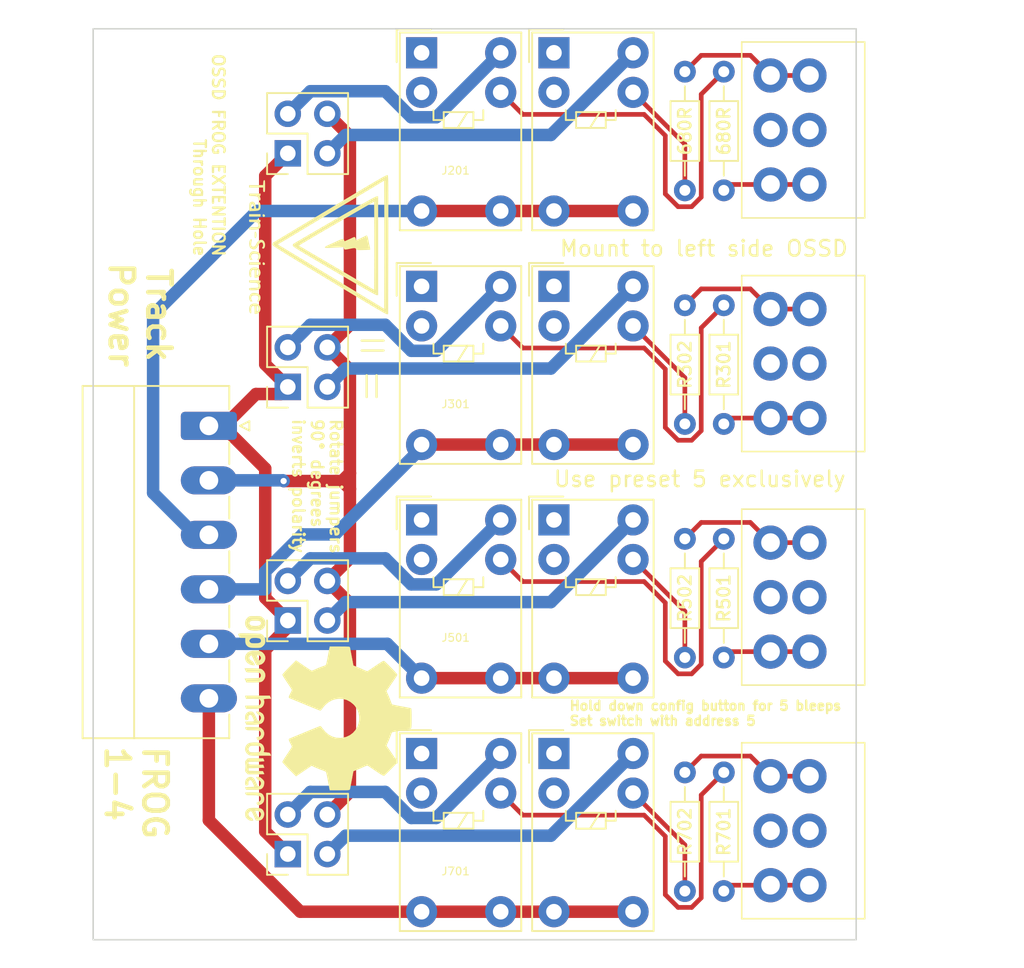
<source format=kicad_pcb>
(kicad_pcb (version 20240108) (generator "pcbnew") (generator_version "8.0")
  (layers (0 "F.Cu" signal) (31 "B.Cu" signal) (34 "B.Paste" user) (35 "F.Paste" user) (36 "B.SilkS" user "B.Silkscreen") (37 "F.SilkS" user "F.Silkscreen") (38 "B.Mask" user) (39 "F.Mask" user) (44 "Edge.Cuts" user))
  (net 0 "")
  (net 1 "/relay1/Coil2")
  (net 2 "/relay1/Coil1")
  (net 3 "+12V")
  (net 4 "/relay2/Coil2")
  (net 5 "/relay2/Coil1")
  (net 6 "/relay3/Coil1")
  (net 7 "/relay3/Coil2")
  (net 8 "/relay4/Coil1")
  (net 9 "/relay4/Coil2")
  (net 10 "Net-(J201-Pin_3)")
  (net 11 "Net-(J201-Pin_2)")
  (net 12 "DCC_A")
  (net 13 "DCC_B")
  (net 14 "Net-(J301-Pin_2)")
  (net 15 "Net-(J301-Pin_3)")
  (net 16 "/frog/Frog4")
  (net 17 "/frog/Frog2")
  (net 18 "/frog/Frog1")
  (net 19 "/frog/Frog3")
  (net 20 "Net-(J501-Pin_2)")
  (net 21 "Net-(J501-Pin_3)")
  (net 22 "Net-(J701-Pin_3)")
  (net 23 "Net-(J701-Pin_2)")
  (net 24 "Net-(K1-Pad9)")
  (net 26 "Net-(K2-Pad9)")
  (net 29 "Net-(K3-Pad9)")
  (net 31 "Net-(K4-Pad9)")
  (net 33 "Net-(K5-Pad9)")
  (net 35 "Net-(K6-Pad9)")
  (net 37 "Net-(K7-Pad9)")
  (net 39 "Net-(K8-Pad9)")
  (footprint "Relay_THT:Relay_SPDT_Omron_G5V-1" (layer "F.Cu") (at 214.0925 108.5425)
    (property "Reference" "K6" (hide yes))
    (property "Value" "G5V-1")
    (pad "1" thru_hole rect (at 0 0) (size 2 2) (drill 1) (layers "*.Cu" "*.Mask"))
    (pad "2" thru_hole circle (at 0 2.54) (size 2 2) (drill 1) (layers "*.Cu" "*.Mask") (net 3 "+12V"))
    (pad "5" thru_hole circle (at 0 10.16) (size 2 2) (drill 1) (layers "*.Cu" "*.Mask") (net 19 "/frog/Frog3"))
    (pad "6" thru_hole circle (at 5.08 10.16) (size 2 2) (drill 1) (layers "*.Cu" "*.Mask") (net 19 "/frog/Frog3"))
    (pad "9" thru_hole circle (at 5.08 2.54) (size 2 2) (drill 1) (layers "*.Cu" "*.Mask") (net 35 "Net-(K6-Pad9)"))
    (pad "10" thru_hole circle (at 5.08 0) (size 2 2) (drill 1) (layers "*.Cu" "*.Mask") (net 20 "Net-(J501-Pin_2)"))
  )
  (footprint "custom_kicad_lib_sk:connector_3.50mm_3P horizontal_MALE" (layer "F.Cu") (at 236.5 128.5 90)
    (property "Reference" "J702" (hide yes))
    (property "Value" "Screw_Terminal_01x03" (hide yes))
    (pad "1" thru_hole circle (at 3.5 0 90) (size 2.2 2.2) (drill 1.2) (layers "*.Cu" "*.Mask") (net 9 "/relay4/Coil2"))
    (pad "1" thru_hole circle (at 3.5 2.5 90) (size 2.2 2.2) (drill 1.2) (layers "*.Cu" "*.Mask") (net 9 "/relay4/Coil2"))
    (pad "2" thru_hole circle (at 0 0 90) (size 2.2 2.2) (drill 1.2) (layers "*.Cu" "*.Mask") (net 3 "+12V"))
    (pad "2" thru_hole circle (at 0 2.5 90) (size 2.2 2.2) (drill 1.2) (layers "*.Cu" "*.Mask") (net 3 "+12V"))
    (pad "3" thru_hole circle (at -3.5 0 90) (size 2.2 2.2) (drill 1.2) (layers "*.Cu" "*.Mask") (net 8 "/relay4/Coil1"))
    (pad "3" thru_hole circle (at -3.5 2.5 90) (size 2.2 2.2) (drill 1.2) (layers "*.Cu" "*.Mask") (net 8 "/relay4/Coil1"))
  )
  (footprint "Relay_THT:Relay_SPDT_Omron_G5V-1" (layer "F.Cu") (at 222.5925 108.5425)
    (property "Reference" "K5" (hide yes))
    (property "Value" "G5V-1")
    (pad "1" thru_hole rect (at 0 0) (size 2 2) (drill 1) (layers "*.Cu" "*.Mask"))
    (pad "2" thru_hole circle (at 0 2.54) (size 2 2) (drill 1) (layers "*.Cu" "*.Mask") (net 3 "+12V"))
    (pad "5" thru_hole circle (at 0 10.16) (size 2 2) (drill 1) (layers "*.Cu" "*.Mask") (net 19 "/frog/Frog3"))
    (pad "6" thru_hole circle (at 5.08 10.16) (size 2 2) (drill 1) (layers "*.Cu" "*.Mask") (net 19 "/frog/Frog3"))
    (pad "9" thru_hole circle (at 5.08 2.54) (size 2 2) (drill 1) (layers "*.Cu" "*.Mask") (net 33 "Net-(K5-Pad9)"))
    (pad "10" thru_hole circle (at 5.08 0) (size 2 2) (drill 1) (layers "*.Cu" "*.Mask") (net 21 "Net-(J501-Pin_3)"))
  )
  (footprint "Resistor_THT:R_Axial_DIN0204_L3.6mm_D1.6mm_P7.62mm_Horizontal" (layer "F.Cu") (at 231 102.376 90)
    (property "Reference" "R302" (at 3.81 0 90) (layer "F.SilkS") (effects (font (size 0.8 0.8))))
    (property "Value" "680R")
    (pad "1" thru_hole circle (at 0 0 90) (size 1.4 1.4) (drill 0.7) (layers "*.Cu" "*.Mask") (net 29 "Net-(K3-Pad9)"))
    (pad "2" thru_hole oval (at 7.62 0 90) (size 1.4 1.4) (drill 0.7) (layers "*.Cu" "*.Mask") (net 4 "/relay2/Coil2"))
  )
  (footprint "Relay_THT:Relay_SPDT_Omron_G5V-1" (layer "F.Cu") (at 214.0925 93.5425)
    (property "Reference" "K4" (hide yes))
    (property "Value" "G5V-1")
    (pad "1" thru_hole rect (at 0 0) (size 2 2) (drill 1) (layers "*.Cu" "*.Mask"))
    (pad "2" thru_hole circle (at 0 2.54) (size 2 2) (drill 1) (layers "*.Cu" "*.Mask") (net 3 "+12V"))
    (pad "5" thru_hole circle (at 0 10.16) (size 2 2) (drill 1) (layers "*.Cu" "*.Mask") (net 17 "/frog/Frog2"))
    (pad "6" thru_hole circle (at 5.08 10.16) (size 2 2) (drill 1) (layers "*.Cu" "*.Mask") (net 17 "/frog/Frog2"))
    (pad "9" thru_hole circle (at 5.08 2.54) (size 2 2) (drill 1) (layers "*.Cu" "*.Mask") (net 31 "Net-(K4-Pad9)"))
    (pad "10" thru_hole circle (at 5.08 0) (size 2 2) (drill 1) (layers "*.Cu" "*.Mask") (net 14 "Net-(J301-Pin_2)"))
  )
  (footprint "Connector_PinHeader_2.54mm:PinHeader_2x02_P2.54mm_Vertical" (layer "F.Cu") (at 205.5 130 90)
    (property "Reference" "J701" (at -1.106 10.781 0) (layer "F.SilkS") (effects (font (size 0.5 0.5) (thickness 0.075))))
    (property "Value" "Conn_02x02_Odd_Even")
    (pad "1" thru_hole rect (at 0 0 90) (size 1.7 1.7) (drill 1) (layers "*.Cu" "*.Mask") (net 12 "DCC_A"))
    (pad "2" thru_hole oval (at 2.54 0 90) (size 1.7 1.7) (drill 1) (layers "*.Cu" "*.Mask") (net 23 "Net-(J701-Pin_2)"))
    (pad "3" thru_hole oval (at 0 2.54 90) (size 1.7 1.7) (drill 1) (layers "*.Cu" "*.Mask") (net 22 "Net-(J701-Pin_3)"))
    (pad "4" thru_hole oval (at 2.54 2.54 90) (size 1.7 1.7) (drill 1) (layers "*.Cu" "*.Mask") (net 13 "DCC_B"))
  )
  (footprint "Resistor_THT:R_Axial_DIN0204_L3.6mm_D1.6mm_P7.62mm_Horizontal" (layer "F.Cu") (at 233.5 124.756 -90)
    (property "Reference" "R701" (at 3.81 0 90) (layer "F.SilkS") (effects (font (size 0.8 0.8))))
    (property "Value" "680R")
    (pad "1" thru_hole circle (at 0 0 270) (size 1.4 1.4) (drill 0.7) (layers "*.Cu" "*.Mask") (net 39 "Net-(K8-Pad9)"))
    (pad "2" thru_hole oval (at 7.62 0 270) (size 1.4 1.4) (drill 0.7) (layers "*.Cu" "*.Mask") (net 8 "/relay4/Coil1"))
  )
  (footprint "Connector_Phoenix_MC:PhoenixContact_MC_1,5_6-G-3.5_1x06_P3.50mm_Horizontal" (layer "F.Cu") (at 200.4325 102.5 -90)
    (property "Reference" "J401" (hide yes))
    (property "Value" "Screw_Terminal_01x06")
    (pad "1" thru_hole roundrect (at 0 0 270) (size 1.8 3.6) (drill 1.2) (layers "*.Cu" "*.Mask") (roundrect_rratio 0.138889) (net 12 "DCC_A"))
    (pad "2" thru_hole oval (at 3.5 0 270) (size 1.8 3.6) (drill 1.2) (layers "*.Cu" "*.Mask") (net 13 "DCC_B"))
    (pad "3" thru_hole oval (at 7 0 270) (size 1.8 3.6) (drill 1.2) (layers "*.Cu" "*.Mask") (net 18 "/frog/Frog1"))
    (pad "4" thru_hole oval (at 10.5 0 270) (size 1.8 3.6) (drill 1.2) (layers "*.Cu" "*.Mask") (net 17 "/frog/Frog2"))
    (pad "5" thru_hole oval (at 14 0 270) (size 1.8 3.6) (drill 1.2) (layers "*.Cu" "*.Mask") (net 19 "/frog/Frog3"))
    (pad "6" thru_hole oval (at 17.5 0 270) (size 1.8 3.6) (drill 1.2) (layers "*.Cu" "*.Mask") (net 16 "/frog/Frog4"))
  )
  (footprint "Resistor_THT:R_Axial_DIN0204_L3.6mm_D1.6mm_P7.62mm_Horizontal" (layer "F.Cu") (at 233.5 109.756 -90)
    (property "Reference" "R501" (at 3.81 0 90) (layer "F.SilkS") (effects (font (size 0.8 0.8))))
    (property "Value" "680R")
    (pad "1" thru_hole circle (at 0 0 270) (size 1.4 1.4) (drill 0.7) (layers "*.Cu" "*.Mask") (net 35 "Net-(K6-Pad9)"))
    (pad "2" thru_hole oval (at 7.62 0 270) (size 1.4 1.4) (drill 0.7) (layers "*.Cu" "*.Mask") (net 6 "/relay3/Coil1"))
  )
  (footprint "MountingHole:MountingHole_3.2mm_M3" (layer "F.Cu") (at 196.5 132)
    (property "Reference" "REF**" (hide yes))
    (property "Value" "MountingHole_3.2mm_M3")
    (pad "" np_thru_hole circle (at 0 0) (size 3.2 3.2) (drill 3.2) (layers "*.Cu" "*.Mask"))
  )
  (footprint "Resistor_THT:R_Axial_DIN0204_L3.6mm_D1.6mm_P7.62mm_Horizontal" (layer "F.Cu") (at 231 87.376 90)
    (property "Reference" "R202" (hide yes))
    (property "Value" "680R" (at 3.81 0 90) (layer "F.SilkS") (effects (font (size 0.8 0.8))))
    (pad "1" thru_hole circle (at 0 0 90) (size 1.4 1.4) (drill 0.7) (layers "*.Cu" "*.Mask") (net 24 "Net-(K1-Pad9)"))
    (pad "2" thru_hole oval (at 7.62 0 90) (size 1.4 1.4) (drill 0.7) (layers "*.Cu" "*.Mask") (net 1 "/relay1/Coil2"))
  )
  (footprint "Relay_THT:Relay_SPDT_Omron_G5V-1" (layer "F.Cu") (at 222.5925 93.5425)
    (property "Reference" "K3" (hide yes))
    (property "Value" "G5V-1")
    (pad "1" thru_hole rect (at 0 0) (size 2 2) (drill 1) (layers "*.Cu" "*.Mask"))
    (pad "2" thru_hole circle (at 0 2.54) (size 2 2) (drill 1) (layers "*.Cu" "*.Mask") (net 3 "+12V"))
    (pad "5" thru_hole circle (at 0 10.16) (size 2 2) (drill 1) (layers "*.Cu" "*.Mask") (net 17 "/frog/Frog2"))
    (pad "6" thru_hole circle (at 5.08 10.16) (size 2 2) (drill 1) (layers "*.Cu" "*.Mask") (net 17 "/frog/Frog2"))
    (pad "9" thru_hole circle (at 5.08 2.54) (size 2 2) (drill 1) (layers "*.Cu" "*.Mask") (net 29 "Net-(K3-Pad9)"))
    (pad "10" thru_hole circle (at 5.08 0) (size 2 2) (drill 1) (layers "*.Cu" "*.Mask") (net 15 "Net-(J301-Pin_3)"))
  )
  (footprint "Resistor_THT:R_Axial_DIN0204_L3.6mm_D1.6mm_P7.62mm_Horizontal" (layer "F.Cu") (at 233.5 94.756 -90)
    (property "Reference" "R301" (at 3.81 0 90) (layer "F.SilkS") (effects (font (size 0.8 0.8))))
    (property "Value" "680R")
    (pad "1" thru_hole circle (at 0 0 270) (size 1.4 1.4) (drill 0.7) (layers "*.Cu" "*.Mask") (net 31 "Net-(K4-Pad9)"))
    (pad "2" thru_hole oval (at 7.62 0 270) (size 1.4 1.4) (drill 0.7) (layers "*.Cu" "*.Mask") (net 5 "/relay2/Coil1"))
  )
  (footprint "Connector_PinHeader_2.54mm:PinHeader_2x02_P2.54mm_Vertical" (layer "F.Cu") (at 205.5 115 90)
    (property "Reference" "J501" (at -1.106 10.781 0) (layer "F.SilkS") (effects (font (size 0.5 0.5) (thickness 0.075))))
    (property "Value" "Conn_02x02_Odd_Even")
    (pad "1" thru_hole rect (at 0 0 90) (size 1.7 1.7) (drill 1) (layers "*.Cu" "*.Mask") (net 12 "DCC_A"))
    (pad "2" thru_hole oval (at 2.54 0 90) (size 1.7 1.7) (drill 1) (layers "*.Cu" "*.Mask") (net 20 "Net-(J501-Pin_2)"))
    (pad "3" thru_hole oval (at 0 2.54 90) (size 1.7 1.7) (drill 1) (layers "*.Cu" "*.Mask") (net 21 "Net-(J501-Pin_3)"))
    (pad "4" thru_hole oval (at 2.54 2.54 90) (size 1.7 1.7) (drill 1) (layers "*.Cu" "*.Mask") (net 13 "DCC_B"))
  )
  (footprint "Relay_THT:Relay_SPDT_Omron_G5V-1" (layer "F.Cu") (at 214.0925 123.5425)
    (property "Reference" "K8" (hide yes))
    (property "Value" "G5V-1")
    (pad "1" thru_hole rect (at 0 0) (size 2 2) (drill 1) (layers "*.Cu" "*.Mask"))
    (pad "2" thru_hole circle (at 0 2.54) (size 2 2) (drill 1) (layers "*.Cu" "*.Mask") (net 3 "+12V"))
    (pad "5" thru_hole circle (at 0 10.16) (size 2 2) (drill 1) (layers "*.Cu" "*.Mask") (net 16 "/frog/Frog4"))
    (pad "6" thru_hole circle (at 5.08 10.16) (size 2 2) (drill 1) (layers "*.Cu" "*.Mask") (net 16 "/frog/Frog4"))
    (pad "9" thru_hole circle (at 5.08 2.54) (size 2 2) (drill 1) (layers "*.Cu" "*.Mask") (net 39 "Net-(K8-Pad9)"))
    (pad "10" thru_hole circle (at 5.08 0) (size 2 2) (drill 1) (layers "*.Cu" "*.Mask") (net 23 "Net-(J701-Pin_2)"))
  )
  (footprint "Relay_THT:Relay_SPDT_Omron_G5V-1" (layer "F.Cu") (at 214.0925 78.5425)
    (property "Reference" "K2" (hide yes))
    (property "Value" "G5V-1")
    (pad "1" thru_hole rect (at 0 0) (size 2 2) (drill 1) (layers "*.Cu" "*.Mask"))
    (pad "2" thru_hole circle (at 0 2.54) (size 2 2) (drill 1) (layers "*.Cu" "*.Mask") (net 3 "+12V"))
    (pad "5" thru_hole circle (at 0 10.16) (size 2 2) (drill 1) (layers "*.Cu" "*.Mask") (net 18 "/frog/Frog1"))
    (pad "6" thru_hole circle (at 5.08 10.16) (size 2 2) (drill 1) (layers "*.Cu" "*.Mask") (net 18 "/frog/Frog1"))
    (pad "9" thru_hole circle (at 5.08 2.54) (size 2 2) (drill 1) (layers "*.Cu" "*.Mask") (net 26 "Net-(K2-Pad9)"))
    (pad "10" thru_hole circle (at 5.08 0) (size 2 2) (drill 1) (layers "*.Cu" "*.Mask") (net 11 "Net-(J201-Pin_2)"))
  )
  (footprint "MountingHole:MountingHole_3.2mm_M3" (layer "F.Cu") (at 196.5 80.5)
    (property "Reference" "REF**" (hide yes))
    (property "Value" "MountingHole_3.2mm_M3")
    (pad "" np_thru_hole circle (at 0 0) (size 3.2 3.2) (drill 3.2) (layers "*.Cu" "*.Mask"))
  )
  (footprint "Relay_THT:Relay_SPDT_Omron_G5V-1" (layer "F.Cu") (at 222.5925 78.5425)
    (property "Reference" "K1" (hide yes))
    (property "Value" "G5V-1")
    (pad "1" thru_hole rect (at 0 0) (size 2 2) (drill 1) (layers "*.Cu" "*.Mask"))
    (pad "2" thru_hole circle (at 0 2.54) (size 2 2) (drill 1) (layers "*.Cu" "*.Mask") (net 3 "+12V"))
    (pad "5" thru_hole circle (at 0 10.16) (size 2 2) (drill 1) (layers "*.Cu" "*.Mask") (net 18 "/frog/Frog1"))
    (pad "6" thru_hole circle (at 5.08 10.16) (size 2 2) (drill 1) (layers "*.Cu" "*.Mask") (net 18 "/frog/Frog1"))
    (pad "9" thru_hole circle (at 5.08 2.54) (size 2 2) (drill 1) (layers "*.Cu" "*.Mask") (net 24 "Net-(K1-Pad9)"))
    (pad "10" thru_hole circle (at 5.08 0) (size 2 2) (drill 1) (layers "*.Cu" "*.Mask") (net 10 "Net-(J201-Pin_3)"))
  )
  (footprint "custom_kicad_lib_sk:connector_3.50mm_3P horizontal_MALE" (layer "F.Cu") (at 236.5 98.5 90)
    (property "Reference" "J302" (hide yes))
    (property "Value" "Screw_Terminal_01x03" (hide yes))
    (pad "1" thru_hole circle (at 3.5 0 90) (size 2.2 2.2) (drill 1.2) (layers "*.Cu" "*.Mask") (net 4 "/relay2/Coil2"))
    (pad "1" thru_hole circle (at 3.5 2.5 90) (size 2.2 2.2) (drill 1.2) (layers "*.Cu" "*.Mask") (net 4 "/relay2/Coil2"))
    (pad "2" thru_hole circle (at 0 0 90) (size 2.2 2.2) (drill 1.2) (layers "*.Cu" "*.Mask") (net 3 "+12V"))
    (pad "2" thru_hole circle (at 0 2.5 90) (size 2.2 2.2) (drill 1.2) (layers "*.Cu" "*.Mask") (net 3 "+12V"))
    (pad "3" thru_hole circle (at -3.5 0 90) (size 2.2 2.2) (drill 1.2) (layers "*.Cu" "*.Mask") (net 5 "/relay2/Coil1"))
    (pad "3" thru_hole circle (at -3.5 2.5 90) (size 2.2 2.2) (drill 1.2) (layers "*.Cu" "*.Mask") (net 5 "/relay2/Coil1"))
  )
  (footprint "Relay_THT:Relay_SPDT_Omron_G5V-1" (layer "F.Cu") (at 222.5925 123.5425)
    (property "Reference" "K7" (hide yes))
    (property "Value" "G5V-1")
    (pad "1" thru_hole rect (at 0 0) (size 2 2) (drill 1) (layers "*.Cu" "*.Mask"))
    (pad "2" thru_hole circle (at 0 2.54) (size 2 2) (drill 1) (layers "*.Cu" "*.Mask") (net 3 "+12V"))
    (pad "5" thru_hole circle (at 0 10.16) (size 2 2) (drill 1) (layers "*.Cu" "*.Mask") (net 16 "/frog/Frog4"))
    (pad "6" thru_hole circle (at 5.08 10.16) (size 2 2) (drill 1) (layers "*.Cu" "*.Mask") (net 16 "/frog/Frog4"))
    (pad "9" thru_hole circle (at 5.08 2.54) (size 2 2) (drill 1) (layers "*.Cu" "*.Mask") (net 37 "Net-(K7-Pad9)"))
    (pad "10" thru_hole circle (at 5.08 0) (size 2 2) (drill 1) (layers "*.Cu" "*.Mask") (net 22 "Net-(J701-Pin_3)"))
  )
  (footprint "Connector_PinHeader_2.54mm:PinHeader_2x02_P2.54mm_Vertical" (layer "F.Cu") (at 205.5 85 90)
    (property "Reference" "J201" (at -1.106 10.781 0) (layer "F.SilkS") (effects (font (size 0.5 0.5) (thickness 0.075))))
    (property "Value" "Conn_02x02_Odd_Even")
    (pad "1" thru_hole rect (at 0 0 90) (size 1.7 1.7) (drill 1) (layers "*.Cu" "*.Mask") (net 12 "DCC_A"))
    (pad "2" thru_hole oval (at 2.54 0 90) (size 1.7 1.7) (drill 1) (layers "*.Cu" "*.Mask") (net 11 "Net-(J201-Pin_2)"))
    (pad "3" thru_hole oval (at 0 2.54 90) (size 1.7 1.7) (drill 1) (layers "*.Cu" "*.Mask") (net 10 "Net-(J201-Pin_3)"))
    (pad "4" thru_hole oval (at 2.54 2.54 90) (size 1.7 1.7) (drill 1) (layers "*.Cu" "*.Mask") (net 13 "DCC_B"))
  )
  (footprint "Connector_PinHeader_2.54mm:PinHeader_2x02_P2.54mm_Vertical" (layer "F.Cu") (at 205.5 100 90)
    (property "Reference" "J301" (at -1.106 10.781 0) (layer "F.SilkS") (effects (font (size 0.5 0.5) (thickness 0.075))))
    (property "Value" "Conn_02x02_Odd_Even")
    (pad "1" thru_hole rect (at 0 0 90) (size 1.7 1.7) (drill 1) (layers "*.Cu" "*.Mask") (net 12 "DCC_A"))
    (pad "2" thru_hole oval (at 2.54 0 90) (size 1.7 1.7) (drill 1) (layers "*.Cu" "*.Mask") (net 14 "Net-(J301-Pin_2)"))
    (pad "3" thru_hole oval (at 0 2.54 90) (size 1.7 1.7) (drill 1) (layers "*.Cu" "*.Mask") (net 15 "Net-(J301-Pin_3)"))
    (pad "4" thru_hole oval (at 2.54 2.54 90) (size 1.7 1.7) (drill 1) (layers "*.Cu" "*.Mask") (net 13 "DCC_B"))
  )
  (footprint "custom_kicad_lib_sk:connector_3.50mm_3P horizontal_MALE" (layer "F.Cu") (at 236.5 113.5 90)
    (property "Reference" "J502" (hide yes))
    (property "Value" "Screw_Terminal_01x03" (hide yes))
    (pad "1" thru_hole circle (at 3.5 0 90) (size 2.2 2.2) (drill 1.2) (layers "*.Cu" "*.Mask") (net 7 "/relay3/Coil2"))
    (pad "1" thru_hole circle (at 3.5 2.5 90) (size 2.2 2.2) (drill 1.2) (layers "*.Cu" "*.Mask") (net 7 "/relay3/Coil2"))
    (pad "2" thru_hole circle (at 0 0 90) (size 2.2 2.2) (drill 1.2) (layers "*.Cu" "*.Mask") (net 3 "+12V"))
    (pad "2" thru_hole circle (at 0 2.5 90) (size 2.2 2.2) (drill 1.2) (layers "*.Cu" "*.Mask") (net 3 "+12V"))
    (pad "3" thru_hole circle (at -3.5 0 90) (size 2.2 2.2) (drill 1.2) (layers "*.Cu" "*.Mask") (net 6 "/relay3/Coil1"))
    (pad "3" thru_hole circle (at -3.5 2.5 90) (size 2.2 2.2) (drill 1.2) (layers "*.Cu" "*.Mask") (net 6 "/relay3/Coil1"))
  )
  (footprint "Resistor_THT:R_Axial_DIN0204_L3.6mm_D1.6mm_P7.62mm_Horizontal" (layer "F.Cu") (at 233.5 79.756 -90)
    (property "Reference" "R201" (hide yes))
    (property "Value" "680R" (at 3.81 0 90) (layer "F.SilkS") (effects (font (size 0.8 0.8))))
    (pad "1" thru_hole circle (at 0 0 270) (size 1.4 1.4) (drill 0.7) (layers "*.Cu" "*.Mask") (net 26 "Net-(K2-Pad9)"))
    (pad "2" thru_hole oval (at 7.62 0 270) (size 1.4 1.4) (drill 0.7) (layers "*.Cu" "*.Mask") (net 2 "/relay1/Coil1"))
  )
  (footprint "Symbol:OSHW-Logo2_14.6x12mm_SilkScreen" (layer "F.Cu") (at 207.899 121.285 -90)
    (property "Reference" "REF**" (hide yes))
    (property "Value" "OSHW-Logo2_14.6x12mm_SilkScreen" (hide yes))
  )
  (footprint "Resistor_THT:R_Axial_DIN0204_L3.6mm_D1.6mm_P7.62mm_Horizontal" (layer "F.Cu") (at 231 117.376 90)
    (property "Reference" "R502" (at 3.81 0 90) (layer "F.SilkS") (effects (font (size 0.8 0.8))))
    (property "Value" "680R")
    (pad "1" thru_hole circle (at 0 0 90) (size 1.4 1.4) (drill 0.7) (layers "*.Cu" "*.Mask") (net 33 "Net-(K5-Pad9)"))
    (pad "2" thru_hole oval (at 7.62 0 90) (size 1.4 1.4) (drill 0.7) (layers "*.Cu" "*.Mask") (net 7 "/relay3/Coil2"))
  )
  (footprint "custom_kicad_lib_sk:Train-Science logo small" (layer "F.Cu") (at 207.391 90.932 -90)
    (property "Reference" "G***" (hide yes))
    (property "Value" "LOGO" (hide yes))
  )
  (footprint "custom_kicad_lib_sk:connector_3.50mm_3P horizontal_MALE" (layer "F.Cu") (at 236.5 83.5 90)
    (property "Reference" "J202" (hide yes))
    (property "Value" "Screw_Terminal_01x03" (hide yes))
    (pad "1" thru_hole circle (at 3.5 0 90) (size 2.2 2.2) (drill 1.2) (layers "*.Cu" "*.Mask") (net 1 "/relay1/Coil2"))
    (pad "1" thru_hole circle (at 3.5 2.5 90) (size 2.2 2.2) (drill 1.2) (layers "*.Cu" "*.Mask") (net 1 "/relay1/Coil2"))
    (pad "2" thru_hole circle (at 0 0 90) (size 2.2 2.2) (drill 1.2) (layers "*.Cu" "*.Mask") (net 3 "+12V"))
    (pad "2" thru_hole circle (at 0 2.5 90) (size 2.2 2.2) (drill 1.2) (layers "*.Cu" "*.Mask") (net 3 "+12V"))
    (pad "3" thru_hole circle (at -3.5 0 90) (size 2.2 2.2) (drill 1.2) (layers "*.Cu" "*.Mask") (net 2 "/relay1/Coil1"))
    (pad "3" thru_hole circle (at -3.5 2.5 90) (size 2.2 2.2) (drill 1.2) (layers "*.Cu" "*.Mask") (net 2 "/relay1/Coil1"))
  )
  (footprint "Resistor_THT:R_Axial_DIN0204_L3.6mm_D1.6mm_P7.62mm_Horizontal" (layer "F.Cu") (at 231 132.376 90)
    (property "Reference" "R702" (at 3.81 0 90) (layer "F.SilkS") (effects (font (size 0.8 0.8))))
    (property "Value" "680R")
    (pad "1" thru_hole circle (at 0 0 90) (size 1.4 1.4) (drill 0.7) (layers "*.Cu" "*.Mask") (net 37 "Net-(K7-Pad9)"))
    (pad "2" thru_hole oval (at 7.62 0 90) (size 1.4 1.4) (drill 0.7) (layers "*.Cu" "*.Mask") (net 9 "/relay4/Coil2"))
  )
  (gr_line (start 210.2485 97.028) (end 211.6455 97.028) (stroke (width 0.15)) (layer "F.SilkS"))
  (gr_line (start 211.201 100.6475) (end 211.201 99.2505) (stroke (width 0.15)) (layer "F.SilkS"))
  (gr_line (start 210.566 100.6475) (end 210.566 99.2505) (stroke (width 0.15)) (layer "F.SilkS"))
  (gr_line (start 210.2485 97.663) (end 211.6455 97.663) (stroke (width 0.15)) (layer "F.SilkS"))
  (gr_rect (start 193 77) (end 242 135.5) (stroke (width 0.1)) (fill none) (layer "Edge.Cuts"))
  (gr_text "Use preset 5 exclusively" (at 222.5 106.5 0) (layer "F.SilkS") (effects (font (size 1 1)) (justify left bottom)))
  (gr_text "Mount to left side OSSD" (at 222.885 91.694 0) (layer "F.SilkS") (effects (font (size 1 1)) (justify left bottom)))
  (gr_text "Hold down config button for 5 bleeps\nSet switch with address 5" (at 223.52 121.793 0) (layer "F.SilkS") (effects (font (size 0.6 0.6)) (justify left bottom)))
  (gr_text "OSSD FROG EXTENTION\nThrough Hole" (at 199.39 91.694 270) (layer "F.SilkS") (effects (font (size 0.75 0.75) (thickness 0.15) (bold yes)) (justify right bottom)))
  (gr_text "FROG\n1-4\n" (at 193.675 122.936 270) (layer "F.SilkS") (effects (font (size 1.5 1.5) (thickness 0.3) (bold yes)) (justify left bottom)))
  (gr_text "Track\nPower" (at 193.929 95.377 270) (layer "F.SilkS") (effects (font (size 1.5 1.5) (thickness 0.3) (bold yes)) (justify bottom)))
  (gr_text "Rotate jumpers\n90° degrees\ninverts polarity" (at 205.74 101.981 270) (layer "F.SilkS") (effects (font (size 0.75 0.75) (thickness 0.15) (bold yes)) (justify left bottom)))
  (segment (start 235.206 78.706) (end 232.05 78.706) (width 0.3) (layer "F.Cu") (net 1))
  (segment (start 239 80) (end 236.5 80) (width 0.3) (layer "F.Cu") (net 1))
  (segment (start 236.5 80) (end 235.206 78.706) (width 0.3) (layer "F.Cu") (net 1))
  (segment (start 232.05 78.706) (end 231 79.756) (width 0.3) (layer "F.Cu") (net 1))
  (segment (start 233.876 87) (end 233.5 87.376) (width 0.3) (layer "F.Cu") (net 2))
  (segment (start 239 87) (end 233.876 87) (width 0.3) (layer "F.Cu") (net 2))
  (segment (start 236.5 95) (end 235.206 93.706) (width 0.3) (layer "F.Cu") (net 4))
  (segment (start 232.05 93.706) (end 231 94.756) (width 0.3) (layer "F.Cu") (net 4))
  (segment (start 235.206 93.706) (end 232.05 93.706) (width 0.3) (layer "F.Cu") (net 4))
  (segment (start 239 95) (end 236.5 95) (width 0.3) (layer "F.Cu") (net 4))
  (segment (start 239 102) (end 233.876 102) (width 0.3) (layer "F.Cu") (net 5))
  (segment (start 233.876 102) (end 233.5 102.376) (width 0.3) (layer "F.Cu") (net 5))
  (segment (start 233.876 117) (end 233.5 117.376) (width 0.3) (layer "F.Cu") (net 6))
  (segment (start 239 117) (end 233.876 117) (width 0.3) (layer "F.Cu") (net 6))
  (segment (start 239 110) (end 236.5 110) (width 0.3) (layer "F.Cu") (net 7))
  (segment (start 236.5 110) (end 235.206 108.706) (width 0.3) (layer "F.Cu") (net 7))
  (segment (start 232.05 108.706) (end 231 109.756) (width 0.3) (layer "F.Cu") (net 7))
  (segment (start 235.206 108.706) (end 232.05 108.706) (width 0.3) (layer "F.Cu") (net 7))
  (segment (start 239 132) (end 233.876 132) (width 0.3) (layer "F.Cu") (net 8))
  (segment (start 233.876 132) (end 233.5 132.376) (width 0.3) (layer "F.Cu") (net 8))
  (segment (start 232.05 123.706) (end 231 124.756) (width 0.3) (layer "F.Cu") (net 9))
  (segment (start 235.206 123.706) (end 232.05 123.706) (width 0.3) (layer "F.Cu") (net 9))
  (segment (start 236.5 125) (end 235.206 123.706) (width 0.3) (layer "F.Cu") (net 9))
  (segment (start 239 125) (end 236.5 125) (width 0.3) (layer "F.Cu") (net 9))
  (segment (start 227.6725 78.5425) (end 222.395 83.82) (width 0.8) (layer "B.Cu") (net 10))
  (segment (start 222.395 83.82) (end 209.22 83.82) (width 0.8) (layer "B.Cu") (net 10))
  (segment (start 209.22 83.82) (end 208.04 85) (width 0.8) (layer "B.Cu") (net 10))
  (segment (start 206.95 81.01) (end 211.757258 81.01) (width 0.8) (layer "B.Cu") (net 11))
  (segment (start 213.429758 82.6825) (end 215.0325 82.6825) (width 0.8) (layer "B.Cu") (net 11))
  (segment (start 215.0325 82.6825) (end 219.1725 78.5425) (width 0.8) (layer "B.Cu") (net 11))
  (segment (start 211.757258 81.01) (end 213.429758 82.6825) (width 0.8) (layer "B.Cu") (net 11))
  (segment (start 205.5 82.46) (end 206.95 81.01) (width 0.8) (layer "B.Cu") (net 11))
  (segment (start 204.05 105.537) (end 204.05 113.55) (width 0.8) (layer "F.Cu") (net 12))
  (segment (start 205.5 100) (end 205.043 100.457) (width 0.8) (layer "F.Cu") (net 12))
  (segment (start 205.5 115) (end 205.5 115.429) (width 0.8) (layer "F.Cu") (net 12))
  (segment (start 200.4325 102.5) (end 201.306 102.5) (width 0.8) (layer "F.Cu") (net 12))
  (segment (start 204.05 98.55) (end 204.4515 98.9515) (width 0.8) (layer "F.Cu") (net 12))
  (segment (start 201.306 102.5) (end 204.05 105.244) (width 0.8) (layer "F.Cu") (net 12))
  (segment (start 205.5 85) (end 204.05 86.45) (width 0.8) (layer "F.Cu") (net 12))
  (segment (start 204.05 105.244) (end 204.05 105.537) (width 0.8) (layer "F.Cu") (net 12))
  (segment (start 204.05 86.45) (end 204.05 98.55) (width 0.8) (layer "F.Cu") (net 12))
  (segment (start 204.05 113.55) (end 205.5 115) (width 0.8) (layer "F.Cu") (net 12))
  (segment (start 205.5 100) (end 205.486 100.014) (width 0.8) (layer "F.Cu") (net 12))
  (segment (start 205.043 100.457) (end 203.454 100.457) (width 0.8) (layer "F.Cu") (net 12))
  (segment (start 201.411 102.5) (end 200.4325 102.5) (width 0.8) (layer "F.Cu") (net 12))
  (segment (start 203.454 100.457) (end 201.411 102.5) (width 0.8) (layer "F.Cu") (net 12))
  (segment (start 204.05 128.55) (end 205.5 130) (width 0.8) (layer "F.Cu") (net 12))
  (segment (start 204.4515 98.9515) (end 205.5 100) (width 0.8) (layer "F.Cu") (net 12))
  (segment (start 204.05 116.879) (end 204.05 128.55) (width 0.8) (layer "F.Cu") (net 12))
  (segment (start 205.5 115.429) (end 204.05 116.879) (width 0.8) (layer "F.Cu") (net 12))
  (segment (start 205.232 106.045) (end 208.982 106.045) (width 0.8) (layer "F.Cu") (net 13))
  (segment (start 209.49 105.537) (end 209.49 106.553) (width 0.8) (layer "F.Cu") (net 13))
  (segment (start 209.49 106.553) (end 209.49 111.01) (width 0.8) (layer "F.Cu") (net 13))
  (segment (start 209.49 111.01) (end 208.04 112.46) (width 0.8) (layer "F.Cu") (net 13))
  (segment (start 208.04 112.46) (end 209.49 113.91) (width 0.8) (layer "F.Cu") (net 13))
  (segment (start 209.49 96.01) (end 208.04 97.46) (width 0.8) (layer "F.Cu") (net 13))
  (segment (start 208.982 106.045) (end 209.49 106.553) (width 0.8) (layer "F.Cu") (net 13))
  (segment (start 209.49 98.91) (end 209.49 105.537) (width 0.8) (layer "F.Cu") (net 13))
  (segment (start 209.49 83.91) (end 209.49 96.01) (width 0.8) (layer "F.Cu") (net 13))
  (segment (start 209.49 113.91) (end 209.49 126.01) (width 0.8) (layer "F.Cu") (net 13))
  (segment (start 208.04 82.46) (end 209.49 83.91) (width 0.8) (layer "F.Cu") (net 13))
  (segment (start 209.49 126.01) (end 208.04 127.46) (width 0.8) (layer "F.Cu") (net 13))
  (segment (start 208.982 106.045) (end 209.49 105.537) (width 0.8) (layer "F.Cu") (net 13))
  (segment (start 208.04 97.46) (end 209.49 98.91) (width 0.8) (layer "F.Cu") (net 13))
  (via (at 205.232 106.045) (size 0.8) (drill 0.4) (layers "F.Cu" "B.Cu") (net 13))
  (segment (start 205.187 106) (end 200.4325 106) (width 0.8) (layer "B.Cu") (net 13))
  (segment (start 205.232 106.045) (end 205.187 106) (width 0.8) (layer "B.Cu") (net 13))
  (segment (start 211.757258 96.01) (end 213.429758 97.6825) (width 0.8) (layer "B.Cu") (net 14))
  (segment (start 206.95 96.01) (end 211.757258 96.01) (width 0.8) (layer "B.Cu") (net 14))
  (segment (start 213.429758 97.6825) (end 215.0325 97.6825) (width 0.8) (layer "B.Cu") (net 14))
  (segment (start 205.5 97.46) (end 206.95 96.01) (width 0.8) (layer "B.Cu") (net 14))
  (segment (start 215.0325 97.6825) (end 219.1725 93.5425) (width 0.8) (layer "B.Cu") (net 14))
  (segment (start 209.22 98.82) (end 208.04 100) (width 0.8) (layer "B.Cu") (net 15))
  (segment (start 222.395 98.82) (end 209.22 98.82) (width 0.8) (layer "B.Cu") (net 15))
  (segment (start 227.6725 93.5425) (end 222.395 98.82) (width 0.8) (layer "B.Cu") (net 15))
  (segment (start 214.0925 133.7025) (end 206.3025 133.7025) (width 0.8) (layer "F.Cu") (net 16))
  (segment (start 200.4325 127.8325) (end 200.4325 120) (width 0.8) (layer "F.Cu") (net 16))
  (segment (start 227.6725 133.7025) (end 214.0925 133.7025) (width 0.8) (layer "F.Cu") (net 16))
  (segment (start 206.3025 133.7025) (end 200.4325 127.8325) (width 0.8) (layer "F.Cu") (net 16))
  (segment (start 227.6725 103.7025) (end 214.0925 103.7025) (width 0.8) (layer "F.Cu") (net 17))
  (segment (start 208.534 109.474) (end 214.0925 103.9155) (width 0.8) (layer "B.Cu") (net 17))
  (segment (start 206.43539 109.474) (end 208.534 109.474) (width 0.8) (layer "B.Cu") (net 17))
  (segment (start 204.05 113) (end 204.05 111.85939) (width 0.8) (layer "B.Cu") (net 17))
  (segment (start 200.4325 113) (end 204.05 113) (width 0.8) (layer "B.Cu") (net 17))
  (segment (start 214.0925 103.9155) (end 214.0925 103.7025) (width 0.8) (layer "B.Cu") (net 17))
  (segment (start 204.05 111.85939) (end 206.43539 109.474) (width 0.8) (layer "B.Cu") (net 17))
  (segment (start 227.6725 88.7025) (end 214.0925 88.7025) (width 0.8) (layer "F.Cu") (net 18))
  (segment (start 200.4325 109.5) (end 199.543 109.5) (width 0.8) (layer "B.Cu") (net 18))
  (segment (start 203.5245 88.7025) (end 214.0925 88.7025) (width 0.8) (layer "B.Cu") (net 18))
  (segment (start 199.543 109.5) (end 196.85 106.807) (width 0.8) (layer "B.Cu") (net 18))
  (segment (start 196.85 95.377) (end 203.5245 88.7025) (width 0.8) (layer "B.Cu") (net 18))
  (segment (start 196.85 106.807) (end 196.85 95.377) (width 0.8) (layer "B.Cu") (net 18))
  (segment (start 227.6725 118.7025) (end 214.0925 118.7025) (width 0.8) (layer "F.Cu") (net 19))
  (segment (start 211.89 116.5) (end 214.0925 118.7025) (width 0.8) (layer "B.Cu") (net 19))
  (segment (start 200.4325 116.5) (end 211.89 116.5) (width 0.8) (layer "B.Cu") (net 19))
  (segment (start 205.5 112.46) (end 206.95 111.01) (width 0.8) (layer "B.Cu") (net 20))
  (segment (start 215.0325 112.6825) (end 219.1725 108.5425) (width 0.8) (layer "B.Cu") (net 20))
  (segment (start 211.757258 111.01) (end 213.429758 112.6825) (width 0.8) (layer "B.Cu") (net 20))
  (segment (start 213.429758 112.6825) (end 215.0325 112.6825) (width 0.8) (layer "B.Cu") (net 20))
  (segment (start 206.95 111.01) (end 211.757258 111.01) (width 0.8) (layer "B.Cu") (net 20))
  (segment (start 209.22 113.82) (end 208.04 115) (width 0.8) (layer "B.Cu") (net 21))
  (segment (start 222.395 113.82) (end 209.22 113.82) (width 0.8) (layer "B.Cu") (net 21))
  (segment (start 227.6725 108.5425) (end 222.395 113.82) (width 0.8) (layer "B.Cu") (net 21))
  (segment (start 209.22 128.82) (end 208.04 130) (width 0.8) (layer "B.Cu") (net 22))
  (segment (start 227.6725 123.5425) (end 222.395 128.82) (width 0.8) (layer "B.Cu") (net 22))
  (segment (start 222.395 128.82) (end 209.22 128.82) (width 0.8) (layer "B.Cu") (net 22))
  (segment (start 205.5 127.46) (end 206.95 126.01) (width 0.8) (layer "B.Cu") (net 23))
  (segment (start 206.95 126.01) (end 211.757258 126.01) (width 0.8) (layer "B.Cu") (net 23))
  (segment (start 213.429758 127.6825) (end 215.0325 127.6825) (width 0.8) (layer "B.Cu") (net 23))
  (segment (start 211.757258 126.01) (end 213.429758 127.6825) (width 0.8) (layer "B.Cu") (net 23))
  (segment (start 215.0325 127.6825) (end 219.1725 123.5425) (width 0.8) (layer "B.Cu") (net 23))
  (segment (start 231 84.41) (end 231 87.376) (width 0.3) (layer "F.Cu") (net 24))
  (segment (start 227.6725 81.0825) (end 231 84.41) (width 0.3) (layer "F.Cu") (net 24))
  (segment (start 219.1725 81.0825) (end 220.59 82.5) (width 0.3) (layer "F.Cu") (net 26))
  (segment (start 232.05 81.206) (end 233.5 79.756) (width 0.3) (layer "F.Cu") (net 26))
  (segment (start 232.05 87.810925) (end 232.05 81.206) (width 0.3) (layer "F.Cu") (net 26))
  (segment (start 228.382894 82.5) (end 229.743 83.860106) (width 0.3) (layer "F.Cu") (net 26))
  (segment (start 220.59 82.5) (end 228.382894 82.5) (width 0.3) (layer "F.Cu") (net 26))
  (segment (start 229.743 87.603925) (end 230.565075 88.426) (width 0.3) (layer "F.Cu") (net 26))
  (segment (start 229.743 83.860106) (end 229.743 87.603925) (width 0.3) (layer "F.Cu") (net 26))
  (segment (start 230.565075 88.426) (end 231.434925 88.426) (width 0.3) (layer "F.Cu") (net 26))
  (segment (start 231.434925 88.426) (end 232.05 87.810925) (width 0.3) (layer "F.Cu") (net 26))
  (segment (start 227.6725 96.0825) (end 231 99.41) (width 0.3) (layer "F.Cu") (net 29))
  (segment (start 231 99.41) (end 231 102.376) (width 0.3) (layer "F.Cu") (net 29))
  (segment (start 219.1725 96.0825) (end 220.59 97.5) (width 0.3) (layer "F.Cu") (net 31))
  (segment (start 231.434925 103.426) (end 232.05 102.810925) (width 0.3) (layer "F.Cu") (net 31))
  (segment (start 232.05 102.810925) (end 232.05 96.206) (width 0.3) (layer "F.Cu") (net 31))
  (segment (start 220.59 97.5) (end 228.382894 97.5) (width 0.3) (layer "F.Cu") (net 31))
  (segment (start 229.743 102.603925) (end 230.565075 103.426) (width 0.3) (layer "F.Cu") (net 31))
  (segment (start 228.382894 97.5) (end 229.743 98.860106) (width 0.3) (layer "F.Cu") (net 31))
  (segment (start 229.743 98.860106) (end 229.743 102.603925) (width 0.3) (layer "F.Cu") (net 31))
  (segment (start 230.565075 103.426) (end 231.434925 103.426) (width 0.3) (layer "F.Cu") (net 31))
  (segment (start 232.05 96.206) (end 233.5 94.756) (width 0.3) (layer "F.Cu") (net 31))
  (segment (start 227.6725 111.0825) (end 231 114.41) (width 0.3) (layer "F.Cu") (net 33))
  (segment (start 231 114.41) (end 231 117.376) (width 0.3) (layer "F.Cu") (net 33))
  (segment (start 230.565075 118.426) (end 231.434925 118.426) (width 0.3) (layer "F.Cu") (net 35))
  (segment (start 228.382894 112.5) (end 229.743 113.860106) (width 0.3) (layer "F.Cu") (net 35))
  (segment (start 232.05 117.810925) (end 232.05 111.206) (width 0.3) (layer "F.Cu") (net 35))
  (segment (start 231.434925 118.426) (end 232.05 117.810925) (width 0.3) (layer "F.Cu") (net 35))
  (segment (start 232.05 111.206) (end 233.5 109.756) (width 0.3) (layer "F.Cu") (net 35))
  (segment (start 219.1725 111.0825) (end 220.59 112.5) (width 0.3) (layer "F.Cu") (net 35))
  (segment (start 229.743 117.603925) (end 230.565075 118.426) (width 0.3) (layer "F.Cu") (net 35))
  (segment (start 229.743 113.860106) (end 229.743 117.603925) (width 0.3) (layer "F.Cu") (net 35))
  (segment (start 220.59 112.5) (end 228.382894 112.5) (width 0.3) (layer "F.Cu") (net 35))
  (segment (start 227.6725 126.0825) (end 231 129.41) (width 0.3) (layer "F.Cu") (net 37))
  (segment (start 231 129.41) (end 231 132.376) (width 0.3) (layer "F.Cu") (net 37))
  (segment (start 231.434925 133.426) (end 232.05 132.810925) (width 0.3) (layer "F.Cu") (net 39))
  (segment (start 228.382894 127.5) (end 229.743 128.860106) (width 0.3) (layer "F.Cu") (net 39))
  (segment (start 232.05 126.206) (end 233.5 124.756) (width 0.3) (layer "F.Cu") (net 39))
  (segment (start 219.1725 126.0825) (end 220.59 127.5) (width 0.3) (layer "F.Cu") (net 39))
  (segment (start 220.59 127.5) (end 228.382894 127.5) (width 0.3) (layer "F.Cu") (net 39))
  (segment (start 229.743 128.860106) (end 229.743 132.603925) (width 0.3) (layer "F.Cu") (net 39))
  (segment (start 232.05 132.810925) (end 232.05 126.206) (width 0.3) (layer "F.Cu") (net 39))
  (segment (start 230.565075 133.426) (end 231.434925 133.426) (width 0.3) (layer "F.Cu") (net 39))
  (segment (start 229.743 132.603925) (end 230.565075 133.426) (width 0.3) (layer "F.Cu") (net 39))
)
</source>
